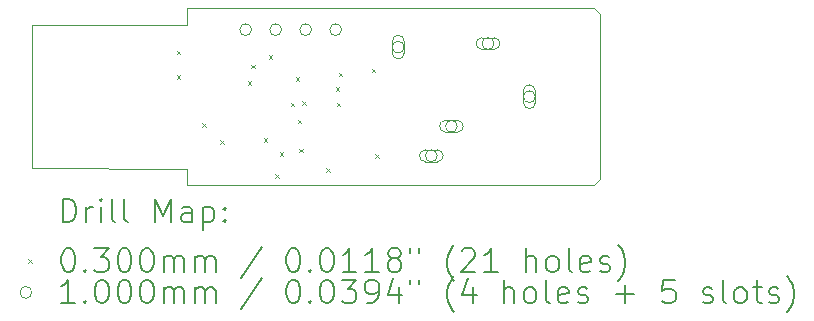
<source format=gbr>
%TF.GenerationSoftware,KiCad,Pcbnew,9.0.6*%
%TF.CreationDate,2025-12-12T23:19:39-08:00*%
%TF.ProjectId,iambic-controller-board,69616d62-6963-42d6-936f-6e74726f6c6c,1.0*%
%TF.SameCoordinates,Original*%
%TF.FileFunction,Drillmap*%
%TF.FilePolarity,Positive*%
%FSLAX45Y45*%
G04 Gerber Fmt 4.5, Leading zero omitted, Abs format (unit mm)*
G04 Created by KiCad (PCBNEW 9.0.6) date 2025-12-12 23:19:39*
%MOMM*%
%LPD*%
G01*
G04 APERTURE LIST*
%ADD10C,0.050000*%
%ADD11C,0.200000*%
%ADD12C,0.100000*%
G04 APERTURE END LIST*
D10*
X13190000Y-9390000D02*
X14500000Y-9390000D01*
X18000000Y-10700000D02*
X17950000Y-10750000D01*
X17950000Y-9250000D02*
X18000000Y-9300000D01*
X14500000Y-9250000D02*
X17950000Y-9250000D01*
X18000000Y-9300000D02*
X18000000Y-10700000D01*
X14500000Y-10750000D02*
X17950000Y-10750000D01*
X13190000Y-9390000D02*
X13190000Y-10600000D01*
X14500000Y-10610000D02*
X13190000Y-10600000D01*
X14500000Y-10750000D02*
X14500000Y-10610000D01*
X14500000Y-9390000D02*
X14500000Y-9250000D01*
D11*
D12*
X14415000Y-9612500D02*
X14445000Y-9642500D01*
X14445000Y-9612500D02*
X14415000Y-9642500D01*
X14415000Y-9820000D02*
X14445000Y-9850000D01*
X14445000Y-9820000D02*
X14415000Y-9850000D01*
X14630000Y-10222500D02*
X14660000Y-10252500D01*
X14660000Y-10222500D02*
X14630000Y-10252500D01*
X14782500Y-10370000D02*
X14812500Y-10400000D01*
X14812500Y-10370000D02*
X14782500Y-10400000D01*
X15017500Y-9870000D02*
X15047500Y-9900000D01*
X15047500Y-9870000D02*
X15017500Y-9900000D01*
X15045000Y-9727500D02*
X15075000Y-9757500D01*
X15075000Y-9727500D02*
X15045000Y-9757500D01*
X15150000Y-10352500D02*
X15180000Y-10382500D01*
X15180000Y-10352500D02*
X15150000Y-10382500D01*
X15195000Y-9650000D02*
X15225000Y-9680000D01*
X15225000Y-9650000D02*
X15195000Y-9680000D01*
X15250000Y-10655000D02*
X15280000Y-10685000D01*
X15280000Y-10655000D02*
X15250000Y-10685000D01*
X15287500Y-10472000D02*
X15317500Y-10502000D01*
X15317500Y-10472000D02*
X15287500Y-10502000D01*
X15380000Y-10052500D02*
X15410000Y-10082500D01*
X15410000Y-10052500D02*
X15380000Y-10082500D01*
X15422500Y-9835000D02*
X15452500Y-9865000D01*
X15452500Y-9835000D02*
X15422500Y-9865000D01*
X15440238Y-10194762D02*
X15470238Y-10224762D01*
X15470238Y-10194762D02*
X15440238Y-10224762D01*
X15450000Y-10440000D02*
X15480000Y-10470000D01*
X15480000Y-10440000D02*
X15450000Y-10470000D01*
X15477738Y-10037262D02*
X15507738Y-10067262D01*
X15507738Y-10037262D02*
X15477738Y-10067262D01*
X15682500Y-10603350D02*
X15712500Y-10633350D01*
X15712500Y-10603350D02*
X15682500Y-10633350D01*
X15760000Y-9917500D02*
X15790000Y-9947500D01*
X15790000Y-9917500D02*
X15760000Y-9947500D01*
X15767500Y-10050000D02*
X15797500Y-10080000D01*
X15797500Y-10050000D02*
X15767500Y-10080000D01*
X15785000Y-9795000D02*
X15815000Y-9825000D01*
X15815000Y-9795000D02*
X15785000Y-9825000D01*
X16067500Y-9762500D02*
X16097500Y-9792500D01*
X16097500Y-9762500D02*
X16067500Y-9792500D01*
X16095500Y-10487500D02*
X16125500Y-10517500D01*
X16125500Y-10487500D02*
X16095500Y-10517500D01*
X15048000Y-9432500D02*
G75*
G02*
X14948000Y-9432500I-50000J0D01*
G01*
X14948000Y-9432500D02*
G75*
G02*
X15048000Y-9432500I50000J0D01*
G01*
X15302000Y-9432500D02*
G75*
G02*
X15202000Y-9432500I-50000J0D01*
G01*
X15202000Y-9432500D02*
G75*
G02*
X15302000Y-9432500I50000J0D01*
G01*
X15556000Y-9432500D02*
G75*
G02*
X15456000Y-9432500I-50000J0D01*
G01*
X15456000Y-9432500D02*
G75*
G02*
X15556000Y-9432500I50000J0D01*
G01*
X15810000Y-9432500D02*
G75*
G02*
X15710000Y-9432500I-50000J0D01*
G01*
X15710000Y-9432500D02*
G75*
G02*
X15810000Y-9432500I50000J0D01*
G01*
X16340000Y-9580000D02*
G75*
G02*
X16240000Y-9580000I-50000J0D01*
G01*
X16240000Y-9580000D02*
G75*
G02*
X16340000Y-9580000I50000J0D01*
G01*
X16240000Y-9530000D02*
X16240000Y-9630000D01*
X16340000Y-9630000D02*
G75*
G02*
X16240000Y-9630000I-50000J0D01*
G01*
X16340000Y-9630000D02*
X16340000Y-9530000D01*
X16340000Y-9530000D02*
G75*
G03*
X16240000Y-9530000I-50000J0D01*
G01*
X16620000Y-10500000D02*
G75*
G02*
X16520000Y-10500000I-50000J0D01*
G01*
X16520000Y-10500000D02*
G75*
G02*
X16620000Y-10500000I50000J0D01*
G01*
X16620000Y-10450000D02*
X16520000Y-10450000D01*
X16520000Y-10550000D02*
G75*
G02*
X16520000Y-10450000I0J50000D01*
G01*
X16520000Y-10550000D02*
X16620000Y-10550000D01*
X16620000Y-10550000D02*
G75*
G03*
X16620000Y-10450000I0J50000D01*
G01*
X16790000Y-10250000D02*
G75*
G02*
X16690000Y-10250000I-50000J0D01*
G01*
X16690000Y-10250000D02*
G75*
G02*
X16790000Y-10250000I50000J0D01*
G01*
X16790000Y-10200000D02*
X16690000Y-10200000D01*
X16690000Y-10300000D02*
G75*
G02*
X16690000Y-10200000I0J50000D01*
G01*
X16690000Y-10300000D02*
X16790000Y-10300000D01*
X16790000Y-10300000D02*
G75*
G03*
X16790000Y-10200000I0J50000D01*
G01*
X17100000Y-9550000D02*
G75*
G02*
X17000000Y-9550000I-50000J0D01*
G01*
X17000000Y-9550000D02*
G75*
G02*
X17100000Y-9550000I50000J0D01*
G01*
X17100000Y-9500000D02*
X17000000Y-9500000D01*
X17000000Y-9600000D02*
G75*
G02*
X17000000Y-9500000I0J50000D01*
G01*
X17000000Y-9600000D02*
X17100000Y-9600000D01*
X17100000Y-9600000D02*
G75*
G03*
X17100000Y-9500000I0J50000D01*
G01*
X17450000Y-10000000D02*
G75*
G02*
X17350000Y-10000000I-50000J0D01*
G01*
X17350000Y-10000000D02*
G75*
G02*
X17450000Y-10000000I50000J0D01*
G01*
X17450000Y-10050000D02*
X17450000Y-9950000D01*
X17350000Y-9950000D02*
G75*
G02*
X17450000Y-9950000I50000J0D01*
G01*
X17350000Y-9950000D02*
X17350000Y-10050000D01*
X17350000Y-10050000D02*
G75*
G03*
X17450000Y-10050000I50000J0D01*
G01*
D11*
X13448277Y-11063984D02*
X13448277Y-10863984D01*
X13448277Y-10863984D02*
X13495896Y-10863984D01*
X13495896Y-10863984D02*
X13524467Y-10873508D01*
X13524467Y-10873508D02*
X13543515Y-10892555D01*
X13543515Y-10892555D02*
X13553039Y-10911603D01*
X13553039Y-10911603D02*
X13562562Y-10949698D01*
X13562562Y-10949698D02*
X13562562Y-10978270D01*
X13562562Y-10978270D02*
X13553039Y-11016365D01*
X13553039Y-11016365D02*
X13543515Y-11035412D01*
X13543515Y-11035412D02*
X13524467Y-11054460D01*
X13524467Y-11054460D02*
X13495896Y-11063984D01*
X13495896Y-11063984D02*
X13448277Y-11063984D01*
X13648277Y-11063984D02*
X13648277Y-10930650D01*
X13648277Y-10968746D02*
X13657801Y-10949698D01*
X13657801Y-10949698D02*
X13667324Y-10940174D01*
X13667324Y-10940174D02*
X13686372Y-10930650D01*
X13686372Y-10930650D02*
X13705420Y-10930650D01*
X13772086Y-11063984D02*
X13772086Y-10930650D01*
X13772086Y-10863984D02*
X13762562Y-10873508D01*
X13762562Y-10873508D02*
X13772086Y-10883031D01*
X13772086Y-10883031D02*
X13781610Y-10873508D01*
X13781610Y-10873508D02*
X13772086Y-10863984D01*
X13772086Y-10863984D02*
X13772086Y-10883031D01*
X13895896Y-11063984D02*
X13876848Y-11054460D01*
X13876848Y-11054460D02*
X13867324Y-11035412D01*
X13867324Y-11035412D02*
X13867324Y-10863984D01*
X14000658Y-11063984D02*
X13981610Y-11054460D01*
X13981610Y-11054460D02*
X13972086Y-11035412D01*
X13972086Y-11035412D02*
X13972086Y-10863984D01*
X14229229Y-11063984D02*
X14229229Y-10863984D01*
X14229229Y-10863984D02*
X14295896Y-11006841D01*
X14295896Y-11006841D02*
X14362562Y-10863984D01*
X14362562Y-10863984D02*
X14362562Y-11063984D01*
X14543515Y-11063984D02*
X14543515Y-10959222D01*
X14543515Y-10959222D02*
X14533991Y-10940174D01*
X14533991Y-10940174D02*
X14514943Y-10930650D01*
X14514943Y-10930650D02*
X14476848Y-10930650D01*
X14476848Y-10930650D02*
X14457801Y-10940174D01*
X14543515Y-11054460D02*
X14524467Y-11063984D01*
X14524467Y-11063984D02*
X14476848Y-11063984D01*
X14476848Y-11063984D02*
X14457801Y-11054460D01*
X14457801Y-11054460D02*
X14448277Y-11035412D01*
X14448277Y-11035412D02*
X14448277Y-11016365D01*
X14448277Y-11016365D02*
X14457801Y-10997317D01*
X14457801Y-10997317D02*
X14476848Y-10987793D01*
X14476848Y-10987793D02*
X14524467Y-10987793D01*
X14524467Y-10987793D02*
X14543515Y-10978270D01*
X14638753Y-10930650D02*
X14638753Y-11130650D01*
X14638753Y-10940174D02*
X14657801Y-10930650D01*
X14657801Y-10930650D02*
X14695896Y-10930650D01*
X14695896Y-10930650D02*
X14714943Y-10940174D01*
X14714943Y-10940174D02*
X14724467Y-10949698D01*
X14724467Y-10949698D02*
X14733991Y-10968746D01*
X14733991Y-10968746D02*
X14733991Y-11025889D01*
X14733991Y-11025889D02*
X14724467Y-11044936D01*
X14724467Y-11044936D02*
X14714943Y-11054460D01*
X14714943Y-11054460D02*
X14695896Y-11063984D01*
X14695896Y-11063984D02*
X14657801Y-11063984D01*
X14657801Y-11063984D02*
X14638753Y-11054460D01*
X14819705Y-11044936D02*
X14829229Y-11054460D01*
X14829229Y-11054460D02*
X14819705Y-11063984D01*
X14819705Y-11063984D02*
X14810182Y-11054460D01*
X14810182Y-11054460D02*
X14819705Y-11044936D01*
X14819705Y-11044936D02*
X14819705Y-11063984D01*
X14819705Y-10940174D02*
X14829229Y-10949698D01*
X14829229Y-10949698D02*
X14819705Y-10959222D01*
X14819705Y-10959222D02*
X14810182Y-10949698D01*
X14810182Y-10949698D02*
X14819705Y-10940174D01*
X14819705Y-10940174D02*
X14819705Y-10959222D01*
D12*
X13157500Y-11377500D02*
X13187500Y-11407500D01*
X13187500Y-11377500D02*
X13157500Y-11407500D01*
D11*
X13486372Y-11283984D02*
X13505420Y-11283984D01*
X13505420Y-11283984D02*
X13524467Y-11293508D01*
X13524467Y-11293508D02*
X13533991Y-11303031D01*
X13533991Y-11303031D02*
X13543515Y-11322079D01*
X13543515Y-11322079D02*
X13553039Y-11360174D01*
X13553039Y-11360174D02*
X13553039Y-11407793D01*
X13553039Y-11407793D02*
X13543515Y-11445888D01*
X13543515Y-11445888D02*
X13533991Y-11464936D01*
X13533991Y-11464936D02*
X13524467Y-11474460D01*
X13524467Y-11474460D02*
X13505420Y-11483984D01*
X13505420Y-11483984D02*
X13486372Y-11483984D01*
X13486372Y-11483984D02*
X13467324Y-11474460D01*
X13467324Y-11474460D02*
X13457801Y-11464936D01*
X13457801Y-11464936D02*
X13448277Y-11445888D01*
X13448277Y-11445888D02*
X13438753Y-11407793D01*
X13438753Y-11407793D02*
X13438753Y-11360174D01*
X13438753Y-11360174D02*
X13448277Y-11322079D01*
X13448277Y-11322079D02*
X13457801Y-11303031D01*
X13457801Y-11303031D02*
X13467324Y-11293508D01*
X13467324Y-11293508D02*
X13486372Y-11283984D01*
X13638753Y-11464936D02*
X13648277Y-11474460D01*
X13648277Y-11474460D02*
X13638753Y-11483984D01*
X13638753Y-11483984D02*
X13629229Y-11474460D01*
X13629229Y-11474460D02*
X13638753Y-11464936D01*
X13638753Y-11464936D02*
X13638753Y-11483984D01*
X13714943Y-11283984D02*
X13838753Y-11283984D01*
X13838753Y-11283984D02*
X13772086Y-11360174D01*
X13772086Y-11360174D02*
X13800658Y-11360174D01*
X13800658Y-11360174D02*
X13819705Y-11369698D01*
X13819705Y-11369698D02*
X13829229Y-11379222D01*
X13829229Y-11379222D02*
X13838753Y-11398269D01*
X13838753Y-11398269D02*
X13838753Y-11445888D01*
X13838753Y-11445888D02*
X13829229Y-11464936D01*
X13829229Y-11464936D02*
X13819705Y-11474460D01*
X13819705Y-11474460D02*
X13800658Y-11483984D01*
X13800658Y-11483984D02*
X13743515Y-11483984D01*
X13743515Y-11483984D02*
X13724467Y-11474460D01*
X13724467Y-11474460D02*
X13714943Y-11464936D01*
X13962562Y-11283984D02*
X13981610Y-11283984D01*
X13981610Y-11283984D02*
X14000658Y-11293508D01*
X14000658Y-11293508D02*
X14010182Y-11303031D01*
X14010182Y-11303031D02*
X14019705Y-11322079D01*
X14019705Y-11322079D02*
X14029229Y-11360174D01*
X14029229Y-11360174D02*
X14029229Y-11407793D01*
X14029229Y-11407793D02*
X14019705Y-11445888D01*
X14019705Y-11445888D02*
X14010182Y-11464936D01*
X14010182Y-11464936D02*
X14000658Y-11474460D01*
X14000658Y-11474460D02*
X13981610Y-11483984D01*
X13981610Y-11483984D02*
X13962562Y-11483984D01*
X13962562Y-11483984D02*
X13943515Y-11474460D01*
X13943515Y-11474460D02*
X13933991Y-11464936D01*
X13933991Y-11464936D02*
X13924467Y-11445888D01*
X13924467Y-11445888D02*
X13914943Y-11407793D01*
X13914943Y-11407793D02*
X13914943Y-11360174D01*
X13914943Y-11360174D02*
X13924467Y-11322079D01*
X13924467Y-11322079D02*
X13933991Y-11303031D01*
X13933991Y-11303031D02*
X13943515Y-11293508D01*
X13943515Y-11293508D02*
X13962562Y-11283984D01*
X14153039Y-11283984D02*
X14172086Y-11283984D01*
X14172086Y-11283984D02*
X14191134Y-11293508D01*
X14191134Y-11293508D02*
X14200658Y-11303031D01*
X14200658Y-11303031D02*
X14210182Y-11322079D01*
X14210182Y-11322079D02*
X14219705Y-11360174D01*
X14219705Y-11360174D02*
X14219705Y-11407793D01*
X14219705Y-11407793D02*
X14210182Y-11445888D01*
X14210182Y-11445888D02*
X14200658Y-11464936D01*
X14200658Y-11464936D02*
X14191134Y-11474460D01*
X14191134Y-11474460D02*
X14172086Y-11483984D01*
X14172086Y-11483984D02*
X14153039Y-11483984D01*
X14153039Y-11483984D02*
X14133991Y-11474460D01*
X14133991Y-11474460D02*
X14124467Y-11464936D01*
X14124467Y-11464936D02*
X14114943Y-11445888D01*
X14114943Y-11445888D02*
X14105420Y-11407793D01*
X14105420Y-11407793D02*
X14105420Y-11360174D01*
X14105420Y-11360174D02*
X14114943Y-11322079D01*
X14114943Y-11322079D02*
X14124467Y-11303031D01*
X14124467Y-11303031D02*
X14133991Y-11293508D01*
X14133991Y-11293508D02*
X14153039Y-11283984D01*
X14305420Y-11483984D02*
X14305420Y-11350650D01*
X14305420Y-11369698D02*
X14314943Y-11360174D01*
X14314943Y-11360174D02*
X14333991Y-11350650D01*
X14333991Y-11350650D02*
X14362563Y-11350650D01*
X14362563Y-11350650D02*
X14381610Y-11360174D01*
X14381610Y-11360174D02*
X14391134Y-11379222D01*
X14391134Y-11379222D02*
X14391134Y-11483984D01*
X14391134Y-11379222D02*
X14400658Y-11360174D01*
X14400658Y-11360174D02*
X14419705Y-11350650D01*
X14419705Y-11350650D02*
X14448277Y-11350650D01*
X14448277Y-11350650D02*
X14467324Y-11360174D01*
X14467324Y-11360174D02*
X14476848Y-11379222D01*
X14476848Y-11379222D02*
X14476848Y-11483984D01*
X14572086Y-11483984D02*
X14572086Y-11350650D01*
X14572086Y-11369698D02*
X14581610Y-11360174D01*
X14581610Y-11360174D02*
X14600658Y-11350650D01*
X14600658Y-11350650D02*
X14629229Y-11350650D01*
X14629229Y-11350650D02*
X14648277Y-11360174D01*
X14648277Y-11360174D02*
X14657801Y-11379222D01*
X14657801Y-11379222D02*
X14657801Y-11483984D01*
X14657801Y-11379222D02*
X14667324Y-11360174D01*
X14667324Y-11360174D02*
X14686372Y-11350650D01*
X14686372Y-11350650D02*
X14714943Y-11350650D01*
X14714943Y-11350650D02*
X14733991Y-11360174D01*
X14733991Y-11360174D02*
X14743515Y-11379222D01*
X14743515Y-11379222D02*
X14743515Y-11483984D01*
X15133991Y-11274460D02*
X14962563Y-11531603D01*
X15391134Y-11283984D02*
X15410182Y-11283984D01*
X15410182Y-11283984D02*
X15429229Y-11293508D01*
X15429229Y-11293508D02*
X15438753Y-11303031D01*
X15438753Y-11303031D02*
X15448277Y-11322079D01*
X15448277Y-11322079D02*
X15457801Y-11360174D01*
X15457801Y-11360174D02*
X15457801Y-11407793D01*
X15457801Y-11407793D02*
X15448277Y-11445888D01*
X15448277Y-11445888D02*
X15438753Y-11464936D01*
X15438753Y-11464936D02*
X15429229Y-11474460D01*
X15429229Y-11474460D02*
X15410182Y-11483984D01*
X15410182Y-11483984D02*
X15391134Y-11483984D01*
X15391134Y-11483984D02*
X15372086Y-11474460D01*
X15372086Y-11474460D02*
X15362563Y-11464936D01*
X15362563Y-11464936D02*
X15353039Y-11445888D01*
X15353039Y-11445888D02*
X15343515Y-11407793D01*
X15343515Y-11407793D02*
X15343515Y-11360174D01*
X15343515Y-11360174D02*
X15353039Y-11322079D01*
X15353039Y-11322079D02*
X15362563Y-11303031D01*
X15362563Y-11303031D02*
X15372086Y-11293508D01*
X15372086Y-11293508D02*
X15391134Y-11283984D01*
X15543515Y-11464936D02*
X15553039Y-11474460D01*
X15553039Y-11474460D02*
X15543515Y-11483984D01*
X15543515Y-11483984D02*
X15533991Y-11474460D01*
X15533991Y-11474460D02*
X15543515Y-11464936D01*
X15543515Y-11464936D02*
X15543515Y-11483984D01*
X15676848Y-11283984D02*
X15695896Y-11283984D01*
X15695896Y-11283984D02*
X15714944Y-11293508D01*
X15714944Y-11293508D02*
X15724467Y-11303031D01*
X15724467Y-11303031D02*
X15733991Y-11322079D01*
X15733991Y-11322079D02*
X15743515Y-11360174D01*
X15743515Y-11360174D02*
X15743515Y-11407793D01*
X15743515Y-11407793D02*
X15733991Y-11445888D01*
X15733991Y-11445888D02*
X15724467Y-11464936D01*
X15724467Y-11464936D02*
X15714944Y-11474460D01*
X15714944Y-11474460D02*
X15695896Y-11483984D01*
X15695896Y-11483984D02*
X15676848Y-11483984D01*
X15676848Y-11483984D02*
X15657801Y-11474460D01*
X15657801Y-11474460D02*
X15648277Y-11464936D01*
X15648277Y-11464936D02*
X15638753Y-11445888D01*
X15638753Y-11445888D02*
X15629229Y-11407793D01*
X15629229Y-11407793D02*
X15629229Y-11360174D01*
X15629229Y-11360174D02*
X15638753Y-11322079D01*
X15638753Y-11322079D02*
X15648277Y-11303031D01*
X15648277Y-11303031D02*
X15657801Y-11293508D01*
X15657801Y-11293508D02*
X15676848Y-11283984D01*
X15933991Y-11483984D02*
X15819706Y-11483984D01*
X15876848Y-11483984D02*
X15876848Y-11283984D01*
X15876848Y-11283984D02*
X15857801Y-11312555D01*
X15857801Y-11312555D02*
X15838753Y-11331603D01*
X15838753Y-11331603D02*
X15819706Y-11341127D01*
X16124467Y-11483984D02*
X16010182Y-11483984D01*
X16067325Y-11483984D02*
X16067325Y-11283984D01*
X16067325Y-11283984D02*
X16048277Y-11312555D01*
X16048277Y-11312555D02*
X16029229Y-11331603D01*
X16029229Y-11331603D02*
X16010182Y-11341127D01*
X16238753Y-11369698D02*
X16219706Y-11360174D01*
X16219706Y-11360174D02*
X16210182Y-11350650D01*
X16210182Y-11350650D02*
X16200658Y-11331603D01*
X16200658Y-11331603D02*
X16200658Y-11322079D01*
X16200658Y-11322079D02*
X16210182Y-11303031D01*
X16210182Y-11303031D02*
X16219706Y-11293508D01*
X16219706Y-11293508D02*
X16238753Y-11283984D01*
X16238753Y-11283984D02*
X16276848Y-11283984D01*
X16276848Y-11283984D02*
X16295896Y-11293508D01*
X16295896Y-11293508D02*
X16305420Y-11303031D01*
X16305420Y-11303031D02*
X16314944Y-11322079D01*
X16314944Y-11322079D02*
X16314944Y-11331603D01*
X16314944Y-11331603D02*
X16305420Y-11350650D01*
X16305420Y-11350650D02*
X16295896Y-11360174D01*
X16295896Y-11360174D02*
X16276848Y-11369698D01*
X16276848Y-11369698D02*
X16238753Y-11369698D01*
X16238753Y-11369698D02*
X16219706Y-11379222D01*
X16219706Y-11379222D02*
X16210182Y-11388746D01*
X16210182Y-11388746D02*
X16200658Y-11407793D01*
X16200658Y-11407793D02*
X16200658Y-11445888D01*
X16200658Y-11445888D02*
X16210182Y-11464936D01*
X16210182Y-11464936D02*
X16219706Y-11474460D01*
X16219706Y-11474460D02*
X16238753Y-11483984D01*
X16238753Y-11483984D02*
X16276848Y-11483984D01*
X16276848Y-11483984D02*
X16295896Y-11474460D01*
X16295896Y-11474460D02*
X16305420Y-11464936D01*
X16305420Y-11464936D02*
X16314944Y-11445888D01*
X16314944Y-11445888D02*
X16314944Y-11407793D01*
X16314944Y-11407793D02*
X16305420Y-11388746D01*
X16305420Y-11388746D02*
X16295896Y-11379222D01*
X16295896Y-11379222D02*
X16276848Y-11369698D01*
X16391134Y-11283984D02*
X16391134Y-11322079D01*
X16467325Y-11283984D02*
X16467325Y-11322079D01*
X16762563Y-11560174D02*
X16753039Y-11550650D01*
X16753039Y-11550650D02*
X16733991Y-11522079D01*
X16733991Y-11522079D02*
X16724468Y-11503031D01*
X16724468Y-11503031D02*
X16714944Y-11474460D01*
X16714944Y-11474460D02*
X16705420Y-11426841D01*
X16705420Y-11426841D02*
X16705420Y-11388746D01*
X16705420Y-11388746D02*
X16714944Y-11341127D01*
X16714944Y-11341127D02*
X16724468Y-11312555D01*
X16724468Y-11312555D02*
X16733991Y-11293508D01*
X16733991Y-11293508D02*
X16753039Y-11264936D01*
X16753039Y-11264936D02*
X16762563Y-11255412D01*
X16829230Y-11303031D02*
X16838753Y-11293508D01*
X16838753Y-11293508D02*
X16857801Y-11283984D01*
X16857801Y-11283984D02*
X16905420Y-11283984D01*
X16905420Y-11283984D02*
X16924468Y-11293508D01*
X16924468Y-11293508D02*
X16933991Y-11303031D01*
X16933991Y-11303031D02*
X16943515Y-11322079D01*
X16943515Y-11322079D02*
X16943515Y-11341127D01*
X16943515Y-11341127D02*
X16933991Y-11369698D01*
X16933991Y-11369698D02*
X16819706Y-11483984D01*
X16819706Y-11483984D02*
X16943515Y-11483984D01*
X17133991Y-11483984D02*
X17019706Y-11483984D01*
X17076849Y-11483984D02*
X17076849Y-11283984D01*
X17076849Y-11283984D02*
X17057801Y-11312555D01*
X17057801Y-11312555D02*
X17038753Y-11331603D01*
X17038753Y-11331603D02*
X17019706Y-11341127D01*
X17372087Y-11483984D02*
X17372087Y-11283984D01*
X17457801Y-11483984D02*
X17457801Y-11379222D01*
X17457801Y-11379222D02*
X17448277Y-11360174D01*
X17448277Y-11360174D02*
X17429230Y-11350650D01*
X17429230Y-11350650D02*
X17400658Y-11350650D01*
X17400658Y-11350650D02*
X17381611Y-11360174D01*
X17381611Y-11360174D02*
X17372087Y-11369698D01*
X17581611Y-11483984D02*
X17562563Y-11474460D01*
X17562563Y-11474460D02*
X17553039Y-11464936D01*
X17553039Y-11464936D02*
X17543515Y-11445888D01*
X17543515Y-11445888D02*
X17543515Y-11388746D01*
X17543515Y-11388746D02*
X17553039Y-11369698D01*
X17553039Y-11369698D02*
X17562563Y-11360174D01*
X17562563Y-11360174D02*
X17581611Y-11350650D01*
X17581611Y-11350650D02*
X17610182Y-11350650D01*
X17610182Y-11350650D02*
X17629230Y-11360174D01*
X17629230Y-11360174D02*
X17638753Y-11369698D01*
X17638753Y-11369698D02*
X17648277Y-11388746D01*
X17648277Y-11388746D02*
X17648277Y-11445888D01*
X17648277Y-11445888D02*
X17638753Y-11464936D01*
X17638753Y-11464936D02*
X17629230Y-11474460D01*
X17629230Y-11474460D02*
X17610182Y-11483984D01*
X17610182Y-11483984D02*
X17581611Y-11483984D01*
X17762563Y-11483984D02*
X17743515Y-11474460D01*
X17743515Y-11474460D02*
X17733992Y-11455412D01*
X17733992Y-11455412D02*
X17733992Y-11283984D01*
X17914944Y-11474460D02*
X17895896Y-11483984D01*
X17895896Y-11483984D02*
X17857801Y-11483984D01*
X17857801Y-11483984D02*
X17838753Y-11474460D01*
X17838753Y-11474460D02*
X17829230Y-11455412D01*
X17829230Y-11455412D02*
X17829230Y-11379222D01*
X17829230Y-11379222D02*
X17838753Y-11360174D01*
X17838753Y-11360174D02*
X17857801Y-11350650D01*
X17857801Y-11350650D02*
X17895896Y-11350650D01*
X17895896Y-11350650D02*
X17914944Y-11360174D01*
X17914944Y-11360174D02*
X17924468Y-11379222D01*
X17924468Y-11379222D02*
X17924468Y-11398269D01*
X17924468Y-11398269D02*
X17829230Y-11417317D01*
X18000658Y-11474460D02*
X18019706Y-11483984D01*
X18019706Y-11483984D02*
X18057801Y-11483984D01*
X18057801Y-11483984D02*
X18076849Y-11474460D01*
X18076849Y-11474460D02*
X18086373Y-11455412D01*
X18086373Y-11455412D02*
X18086373Y-11445888D01*
X18086373Y-11445888D02*
X18076849Y-11426841D01*
X18076849Y-11426841D02*
X18057801Y-11417317D01*
X18057801Y-11417317D02*
X18029230Y-11417317D01*
X18029230Y-11417317D02*
X18010182Y-11407793D01*
X18010182Y-11407793D02*
X18000658Y-11388746D01*
X18000658Y-11388746D02*
X18000658Y-11379222D01*
X18000658Y-11379222D02*
X18010182Y-11360174D01*
X18010182Y-11360174D02*
X18029230Y-11350650D01*
X18029230Y-11350650D02*
X18057801Y-11350650D01*
X18057801Y-11350650D02*
X18076849Y-11360174D01*
X18153039Y-11560174D02*
X18162563Y-11550650D01*
X18162563Y-11550650D02*
X18181611Y-11522079D01*
X18181611Y-11522079D02*
X18191134Y-11503031D01*
X18191134Y-11503031D02*
X18200658Y-11474460D01*
X18200658Y-11474460D02*
X18210182Y-11426841D01*
X18210182Y-11426841D02*
X18210182Y-11388746D01*
X18210182Y-11388746D02*
X18200658Y-11341127D01*
X18200658Y-11341127D02*
X18191134Y-11312555D01*
X18191134Y-11312555D02*
X18181611Y-11293508D01*
X18181611Y-11293508D02*
X18162563Y-11264936D01*
X18162563Y-11264936D02*
X18153039Y-11255412D01*
D12*
X13187500Y-11656500D02*
G75*
G02*
X13087500Y-11656500I-50000J0D01*
G01*
X13087500Y-11656500D02*
G75*
G02*
X13187500Y-11656500I50000J0D01*
G01*
D11*
X13553039Y-11747984D02*
X13438753Y-11747984D01*
X13495896Y-11747984D02*
X13495896Y-11547984D01*
X13495896Y-11547984D02*
X13476848Y-11576555D01*
X13476848Y-11576555D02*
X13457801Y-11595603D01*
X13457801Y-11595603D02*
X13438753Y-11605127D01*
X13638753Y-11728936D02*
X13648277Y-11738460D01*
X13648277Y-11738460D02*
X13638753Y-11747984D01*
X13638753Y-11747984D02*
X13629229Y-11738460D01*
X13629229Y-11738460D02*
X13638753Y-11728936D01*
X13638753Y-11728936D02*
X13638753Y-11747984D01*
X13772086Y-11547984D02*
X13791134Y-11547984D01*
X13791134Y-11547984D02*
X13810182Y-11557508D01*
X13810182Y-11557508D02*
X13819705Y-11567031D01*
X13819705Y-11567031D02*
X13829229Y-11586079D01*
X13829229Y-11586079D02*
X13838753Y-11624174D01*
X13838753Y-11624174D02*
X13838753Y-11671793D01*
X13838753Y-11671793D02*
X13829229Y-11709888D01*
X13829229Y-11709888D02*
X13819705Y-11728936D01*
X13819705Y-11728936D02*
X13810182Y-11738460D01*
X13810182Y-11738460D02*
X13791134Y-11747984D01*
X13791134Y-11747984D02*
X13772086Y-11747984D01*
X13772086Y-11747984D02*
X13753039Y-11738460D01*
X13753039Y-11738460D02*
X13743515Y-11728936D01*
X13743515Y-11728936D02*
X13733991Y-11709888D01*
X13733991Y-11709888D02*
X13724467Y-11671793D01*
X13724467Y-11671793D02*
X13724467Y-11624174D01*
X13724467Y-11624174D02*
X13733991Y-11586079D01*
X13733991Y-11586079D02*
X13743515Y-11567031D01*
X13743515Y-11567031D02*
X13753039Y-11557508D01*
X13753039Y-11557508D02*
X13772086Y-11547984D01*
X13962562Y-11547984D02*
X13981610Y-11547984D01*
X13981610Y-11547984D02*
X14000658Y-11557508D01*
X14000658Y-11557508D02*
X14010182Y-11567031D01*
X14010182Y-11567031D02*
X14019705Y-11586079D01*
X14019705Y-11586079D02*
X14029229Y-11624174D01*
X14029229Y-11624174D02*
X14029229Y-11671793D01*
X14029229Y-11671793D02*
X14019705Y-11709888D01*
X14019705Y-11709888D02*
X14010182Y-11728936D01*
X14010182Y-11728936D02*
X14000658Y-11738460D01*
X14000658Y-11738460D02*
X13981610Y-11747984D01*
X13981610Y-11747984D02*
X13962562Y-11747984D01*
X13962562Y-11747984D02*
X13943515Y-11738460D01*
X13943515Y-11738460D02*
X13933991Y-11728936D01*
X13933991Y-11728936D02*
X13924467Y-11709888D01*
X13924467Y-11709888D02*
X13914943Y-11671793D01*
X13914943Y-11671793D02*
X13914943Y-11624174D01*
X13914943Y-11624174D02*
X13924467Y-11586079D01*
X13924467Y-11586079D02*
X13933991Y-11567031D01*
X13933991Y-11567031D02*
X13943515Y-11557508D01*
X13943515Y-11557508D02*
X13962562Y-11547984D01*
X14153039Y-11547984D02*
X14172086Y-11547984D01*
X14172086Y-11547984D02*
X14191134Y-11557508D01*
X14191134Y-11557508D02*
X14200658Y-11567031D01*
X14200658Y-11567031D02*
X14210182Y-11586079D01*
X14210182Y-11586079D02*
X14219705Y-11624174D01*
X14219705Y-11624174D02*
X14219705Y-11671793D01*
X14219705Y-11671793D02*
X14210182Y-11709888D01*
X14210182Y-11709888D02*
X14200658Y-11728936D01*
X14200658Y-11728936D02*
X14191134Y-11738460D01*
X14191134Y-11738460D02*
X14172086Y-11747984D01*
X14172086Y-11747984D02*
X14153039Y-11747984D01*
X14153039Y-11747984D02*
X14133991Y-11738460D01*
X14133991Y-11738460D02*
X14124467Y-11728936D01*
X14124467Y-11728936D02*
X14114943Y-11709888D01*
X14114943Y-11709888D02*
X14105420Y-11671793D01*
X14105420Y-11671793D02*
X14105420Y-11624174D01*
X14105420Y-11624174D02*
X14114943Y-11586079D01*
X14114943Y-11586079D02*
X14124467Y-11567031D01*
X14124467Y-11567031D02*
X14133991Y-11557508D01*
X14133991Y-11557508D02*
X14153039Y-11547984D01*
X14305420Y-11747984D02*
X14305420Y-11614650D01*
X14305420Y-11633698D02*
X14314943Y-11624174D01*
X14314943Y-11624174D02*
X14333991Y-11614650D01*
X14333991Y-11614650D02*
X14362563Y-11614650D01*
X14362563Y-11614650D02*
X14381610Y-11624174D01*
X14381610Y-11624174D02*
X14391134Y-11643222D01*
X14391134Y-11643222D02*
X14391134Y-11747984D01*
X14391134Y-11643222D02*
X14400658Y-11624174D01*
X14400658Y-11624174D02*
X14419705Y-11614650D01*
X14419705Y-11614650D02*
X14448277Y-11614650D01*
X14448277Y-11614650D02*
X14467324Y-11624174D01*
X14467324Y-11624174D02*
X14476848Y-11643222D01*
X14476848Y-11643222D02*
X14476848Y-11747984D01*
X14572086Y-11747984D02*
X14572086Y-11614650D01*
X14572086Y-11633698D02*
X14581610Y-11624174D01*
X14581610Y-11624174D02*
X14600658Y-11614650D01*
X14600658Y-11614650D02*
X14629229Y-11614650D01*
X14629229Y-11614650D02*
X14648277Y-11624174D01*
X14648277Y-11624174D02*
X14657801Y-11643222D01*
X14657801Y-11643222D02*
X14657801Y-11747984D01*
X14657801Y-11643222D02*
X14667324Y-11624174D01*
X14667324Y-11624174D02*
X14686372Y-11614650D01*
X14686372Y-11614650D02*
X14714943Y-11614650D01*
X14714943Y-11614650D02*
X14733991Y-11624174D01*
X14733991Y-11624174D02*
X14743515Y-11643222D01*
X14743515Y-11643222D02*
X14743515Y-11747984D01*
X15133991Y-11538460D02*
X14962563Y-11795603D01*
X15391134Y-11547984D02*
X15410182Y-11547984D01*
X15410182Y-11547984D02*
X15429229Y-11557508D01*
X15429229Y-11557508D02*
X15438753Y-11567031D01*
X15438753Y-11567031D02*
X15448277Y-11586079D01*
X15448277Y-11586079D02*
X15457801Y-11624174D01*
X15457801Y-11624174D02*
X15457801Y-11671793D01*
X15457801Y-11671793D02*
X15448277Y-11709888D01*
X15448277Y-11709888D02*
X15438753Y-11728936D01*
X15438753Y-11728936D02*
X15429229Y-11738460D01*
X15429229Y-11738460D02*
X15410182Y-11747984D01*
X15410182Y-11747984D02*
X15391134Y-11747984D01*
X15391134Y-11747984D02*
X15372086Y-11738460D01*
X15372086Y-11738460D02*
X15362563Y-11728936D01*
X15362563Y-11728936D02*
X15353039Y-11709888D01*
X15353039Y-11709888D02*
X15343515Y-11671793D01*
X15343515Y-11671793D02*
X15343515Y-11624174D01*
X15343515Y-11624174D02*
X15353039Y-11586079D01*
X15353039Y-11586079D02*
X15362563Y-11567031D01*
X15362563Y-11567031D02*
X15372086Y-11557508D01*
X15372086Y-11557508D02*
X15391134Y-11547984D01*
X15543515Y-11728936D02*
X15553039Y-11738460D01*
X15553039Y-11738460D02*
X15543515Y-11747984D01*
X15543515Y-11747984D02*
X15533991Y-11738460D01*
X15533991Y-11738460D02*
X15543515Y-11728936D01*
X15543515Y-11728936D02*
X15543515Y-11747984D01*
X15676848Y-11547984D02*
X15695896Y-11547984D01*
X15695896Y-11547984D02*
X15714944Y-11557508D01*
X15714944Y-11557508D02*
X15724467Y-11567031D01*
X15724467Y-11567031D02*
X15733991Y-11586079D01*
X15733991Y-11586079D02*
X15743515Y-11624174D01*
X15743515Y-11624174D02*
X15743515Y-11671793D01*
X15743515Y-11671793D02*
X15733991Y-11709888D01*
X15733991Y-11709888D02*
X15724467Y-11728936D01*
X15724467Y-11728936D02*
X15714944Y-11738460D01*
X15714944Y-11738460D02*
X15695896Y-11747984D01*
X15695896Y-11747984D02*
X15676848Y-11747984D01*
X15676848Y-11747984D02*
X15657801Y-11738460D01*
X15657801Y-11738460D02*
X15648277Y-11728936D01*
X15648277Y-11728936D02*
X15638753Y-11709888D01*
X15638753Y-11709888D02*
X15629229Y-11671793D01*
X15629229Y-11671793D02*
X15629229Y-11624174D01*
X15629229Y-11624174D02*
X15638753Y-11586079D01*
X15638753Y-11586079D02*
X15648277Y-11567031D01*
X15648277Y-11567031D02*
X15657801Y-11557508D01*
X15657801Y-11557508D02*
X15676848Y-11547984D01*
X15810182Y-11547984D02*
X15933991Y-11547984D01*
X15933991Y-11547984D02*
X15867325Y-11624174D01*
X15867325Y-11624174D02*
X15895896Y-11624174D01*
X15895896Y-11624174D02*
X15914944Y-11633698D01*
X15914944Y-11633698D02*
X15924467Y-11643222D01*
X15924467Y-11643222D02*
X15933991Y-11662269D01*
X15933991Y-11662269D02*
X15933991Y-11709888D01*
X15933991Y-11709888D02*
X15924467Y-11728936D01*
X15924467Y-11728936D02*
X15914944Y-11738460D01*
X15914944Y-11738460D02*
X15895896Y-11747984D01*
X15895896Y-11747984D02*
X15838753Y-11747984D01*
X15838753Y-11747984D02*
X15819706Y-11738460D01*
X15819706Y-11738460D02*
X15810182Y-11728936D01*
X16029229Y-11747984D02*
X16067325Y-11747984D01*
X16067325Y-11747984D02*
X16086372Y-11738460D01*
X16086372Y-11738460D02*
X16095896Y-11728936D01*
X16095896Y-11728936D02*
X16114944Y-11700365D01*
X16114944Y-11700365D02*
X16124467Y-11662269D01*
X16124467Y-11662269D02*
X16124467Y-11586079D01*
X16124467Y-11586079D02*
X16114944Y-11567031D01*
X16114944Y-11567031D02*
X16105420Y-11557508D01*
X16105420Y-11557508D02*
X16086372Y-11547984D01*
X16086372Y-11547984D02*
X16048277Y-11547984D01*
X16048277Y-11547984D02*
X16029229Y-11557508D01*
X16029229Y-11557508D02*
X16019706Y-11567031D01*
X16019706Y-11567031D02*
X16010182Y-11586079D01*
X16010182Y-11586079D02*
X16010182Y-11633698D01*
X16010182Y-11633698D02*
X16019706Y-11652746D01*
X16019706Y-11652746D02*
X16029229Y-11662269D01*
X16029229Y-11662269D02*
X16048277Y-11671793D01*
X16048277Y-11671793D02*
X16086372Y-11671793D01*
X16086372Y-11671793D02*
X16105420Y-11662269D01*
X16105420Y-11662269D02*
X16114944Y-11652746D01*
X16114944Y-11652746D02*
X16124467Y-11633698D01*
X16295896Y-11614650D02*
X16295896Y-11747984D01*
X16248277Y-11538460D02*
X16200658Y-11681317D01*
X16200658Y-11681317D02*
X16324467Y-11681317D01*
X16391134Y-11547984D02*
X16391134Y-11586079D01*
X16467325Y-11547984D02*
X16467325Y-11586079D01*
X16762563Y-11824174D02*
X16753039Y-11814650D01*
X16753039Y-11814650D02*
X16733991Y-11786079D01*
X16733991Y-11786079D02*
X16724468Y-11767031D01*
X16724468Y-11767031D02*
X16714944Y-11738460D01*
X16714944Y-11738460D02*
X16705420Y-11690841D01*
X16705420Y-11690841D02*
X16705420Y-11652746D01*
X16705420Y-11652746D02*
X16714944Y-11605127D01*
X16714944Y-11605127D02*
X16724468Y-11576555D01*
X16724468Y-11576555D02*
X16733991Y-11557508D01*
X16733991Y-11557508D02*
X16753039Y-11528936D01*
X16753039Y-11528936D02*
X16762563Y-11519412D01*
X16924468Y-11614650D02*
X16924468Y-11747984D01*
X16876849Y-11538460D02*
X16829230Y-11681317D01*
X16829230Y-11681317D02*
X16953039Y-11681317D01*
X17181611Y-11747984D02*
X17181611Y-11547984D01*
X17267325Y-11747984D02*
X17267325Y-11643222D01*
X17267325Y-11643222D02*
X17257801Y-11624174D01*
X17257801Y-11624174D02*
X17238753Y-11614650D01*
X17238753Y-11614650D02*
X17210182Y-11614650D01*
X17210182Y-11614650D02*
X17191134Y-11624174D01*
X17191134Y-11624174D02*
X17181611Y-11633698D01*
X17391134Y-11747984D02*
X17372087Y-11738460D01*
X17372087Y-11738460D02*
X17362563Y-11728936D01*
X17362563Y-11728936D02*
X17353039Y-11709888D01*
X17353039Y-11709888D02*
X17353039Y-11652746D01*
X17353039Y-11652746D02*
X17362563Y-11633698D01*
X17362563Y-11633698D02*
X17372087Y-11624174D01*
X17372087Y-11624174D02*
X17391134Y-11614650D01*
X17391134Y-11614650D02*
X17419706Y-11614650D01*
X17419706Y-11614650D02*
X17438753Y-11624174D01*
X17438753Y-11624174D02*
X17448277Y-11633698D01*
X17448277Y-11633698D02*
X17457801Y-11652746D01*
X17457801Y-11652746D02*
X17457801Y-11709888D01*
X17457801Y-11709888D02*
X17448277Y-11728936D01*
X17448277Y-11728936D02*
X17438753Y-11738460D01*
X17438753Y-11738460D02*
X17419706Y-11747984D01*
X17419706Y-11747984D02*
X17391134Y-11747984D01*
X17572087Y-11747984D02*
X17553039Y-11738460D01*
X17553039Y-11738460D02*
X17543515Y-11719412D01*
X17543515Y-11719412D02*
X17543515Y-11547984D01*
X17724468Y-11738460D02*
X17705420Y-11747984D01*
X17705420Y-11747984D02*
X17667325Y-11747984D01*
X17667325Y-11747984D02*
X17648277Y-11738460D01*
X17648277Y-11738460D02*
X17638753Y-11719412D01*
X17638753Y-11719412D02*
X17638753Y-11643222D01*
X17638753Y-11643222D02*
X17648277Y-11624174D01*
X17648277Y-11624174D02*
X17667325Y-11614650D01*
X17667325Y-11614650D02*
X17705420Y-11614650D01*
X17705420Y-11614650D02*
X17724468Y-11624174D01*
X17724468Y-11624174D02*
X17733992Y-11643222D01*
X17733992Y-11643222D02*
X17733992Y-11662269D01*
X17733992Y-11662269D02*
X17638753Y-11681317D01*
X17810182Y-11738460D02*
X17829230Y-11747984D01*
X17829230Y-11747984D02*
X17867325Y-11747984D01*
X17867325Y-11747984D02*
X17886373Y-11738460D01*
X17886373Y-11738460D02*
X17895896Y-11719412D01*
X17895896Y-11719412D02*
X17895896Y-11709888D01*
X17895896Y-11709888D02*
X17886373Y-11690841D01*
X17886373Y-11690841D02*
X17867325Y-11681317D01*
X17867325Y-11681317D02*
X17838753Y-11681317D01*
X17838753Y-11681317D02*
X17819706Y-11671793D01*
X17819706Y-11671793D02*
X17810182Y-11652746D01*
X17810182Y-11652746D02*
X17810182Y-11643222D01*
X17810182Y-11643222D02*
X17819706Y-11624174D01*
X17819706Y-11624174D02*
X17838753Y-11614650D01*
X17838753Y-11614650D02*
X17867325Y-11614650D01*
X17867325Y-11614650D02*
X17886373Y-11624174D01*
X18133992Y-11671793D02*
X18286373Y-11671793D01*
X18210182Y-11747984D02*
X18210182Y-11595603D01*
X18629230Y-11547984D02*
X18533992Y-11547984D01*
X18533992Y-11547984D02*
X18524468Y-11643222D01*
X18524468Y-11643222D02*
X18533992Y-11633698D01*
X18533992Y-11633698D02*
X18553039Y-11624174D01*
X18553039Y-11624174D02*
X18600658Y-11624174D01*
X18600658Y-11624174D02*
X18619706Y-11633698D01*
X18619706Y-11633698D02*
X18629230Y-11643222D01*
X18629230Y-11643222D02*
X18638754Y-11662269D01*
X18638754Y-11662269D02*
X18638754Y-11709888D01*
X18638754Y-11709888D02*
X18629230Y-11728936D01*
X18629230Y-11728936D02*
X18619706Y-11738460D01*
X18619706Y-11738460D02*
X18600658Y-11747984D01*
X18600658Y-11747984D02*
X18553039Y-11747984D01*
X18553039Y-11747984D02*
X18533992Y-11738460D01*
X18533992Y-11738460D02*
X18524468Y-11728936D01*
X18867325Y-11738460D02*
X18886373Y-11747984D01*
X18886373Y-11747984D02*
X18924468Y-11747984D01*
X18924468Y-11747984D02*
X18943516Y-11738460D01*
X18943516Y-11738460D02*
X18953039Y-11719412D01*
X18953039Y-11719412D02*
X18953039Y-11709888D01*
X18953039Y-11709888D02*
X18943516Y-11690841D01*
X18943516Y-11690841D02*
X18924468Y-11681317D01*
X18924468Y-11681317D02*
X18895896Y-11681317D01*
X18895896Y-11681317D02*
X18876849Y-11671793D01*
X18876849Y-11671793D02*
X18867325Y-11652746D01*
X18867325Y-11652746D02*
X18867325Y-11643222D01*
X18867325Y-11643222D02*
X18876849Y-11624174D01*
X18876849Y-11624174D02*
X18895896Y-11614650D01*
X18895896Y-11614650D02*
X18924468Y-11614650D01*
X18924468Y-11614650D02*
X18943516Y-11624174D01*
X19067325Y-11747984D02*
X19048277Y-11738460D01*
X19048277Y-11738460D02*
X19038754Y-11719412D01*
X19038754Y-11719412D02*
X19038754Y-11547984D01*
X19172087Y-11747984D02*
X19153039Y-11738460D01*
X19153039Y-11738460D02*
X19143516Y-11728936D01*
X19143516Y-11728936D02*
X19133992Y-11709888D01*
X19133992Y-11709888D02*
X19133992Y-11652746D01*
X19133992Y-11652746D02*
X19143516Y-11633698D01*
X19143516Y-11633698D02*
X19153039Y-11624174D01*
X19153039Y-11624174D02*
X19172087Y-11614650D01*
X19172087Y-11614650D02*
X19200658Y-11614650D01*
X19200658Y-11614650D02*
X19219706Y-11624174D01*
X19219706Y-11624174D02*
X19229230Y-11633698D01*
X19229230Y-11633698D02*
X19238754Y-11652746D01*
X19238754Y-11652746D02*
X19238754Y-11709888D01*
X19238754Y-11709888D02*
X19229230Y-11728936D01*
X19229230Y-11728936D02*
X19219706Y-11738460D01*
X19219706Y-11738460D02*
X19200658Y-11747984D01*
X19200658Y-11747984D02*
X19172087Y-11747984D01*
X19295897Y-11614650D02*
X19372087Y-11614650D01*
X19324468Y-11547984D02*
X19324468Y-11719412D01*
X19324468Y-11719412D02*
X19333992Y-11738460D01*
X19333992Y-11738460D02*
X19353039Y-11747984D01*
X19353039Y-11747984D02*
X19372087Y-11747984D01*
X19429230Y-11738460D02*
X19448277Y-11747984D01*
X19448277Y-11747984D02*
X19486373Y-11747984D01*
X19486373Y-11747984D02*
X19505420Y-11738460D01*
X19505420Y-11738460D02*
X19514944Y-11719412D01*
X19514944Y-11719412D02*
X19514944Y-11709888D01*
X19514944Y-11709888D02*
X19505420Y-11690841D01*
X19505420Y-11690841D02*
X19486373Y-11681317D01*
X19486373Y-11681317D02*
X19457801Y-11681317D01*
X19457801Y-11681317D02*
X19438754Y-11671793D01*
X19438754Y-11671793D02*
X19429230Y-11652746D01*
X19429230Y-11652746D02*
X19429230Y-11643222D01*
X19429230Y-11643222D02*
X19438754Y-11624174D01*
X19438754Y-11624174D02*
X19457801Y-11614650D01*
X19457801Y-11614650D02*
X19486373Y-11614650D01*
X19486373Y-11614650D02*
X19505420Y-11624174D01*
X19581611Y-11824174D02*
X19591135Y-11814650D01*
X19591135Y-11814650D02*
X19610182Y-11786079D01*
X19610182Y-11786079D02*
X19619706Y-11767031D01*
X19619706Y-11767031D02*
X19629230Y-11738460D01*
X19629230Y-11738460D02*
X19638754Y-11690841D01*
X19638754Y-11690841D02*
X19638754Y-11652746D01*
X19638754Y-11652746D02*
X19629230Y-11605127D01*
X19629230Y-11605127D02*
X19619706Y-11576555D01*
X19619706Y-11576555D02*
X19610182Y-11557508D01*
X19610182Y-11557508D02*
X19591135Y-11528936D01*
X19591135Y-11528936D02*
X19581611Y-11519412D01*
M02*

</source>
